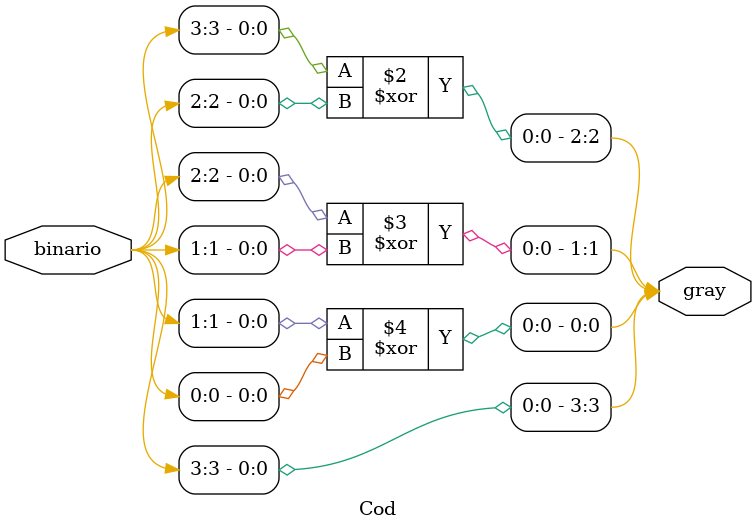
<source format=v>
`timescale 1ns / 1ps
module Cod( binario, gray );
 
input      [3:0] binario;
output reg [3:0] gray;
 
always@(*)
begin
 
    gray[3] = binario[3];
    gray[2] = binario[3] ^ binario[2];
    gray[1] = binario[2] ^ binario[1];
    gray[0] = binario[1] ^ binario[0];
 
end
endmodule
</source>
